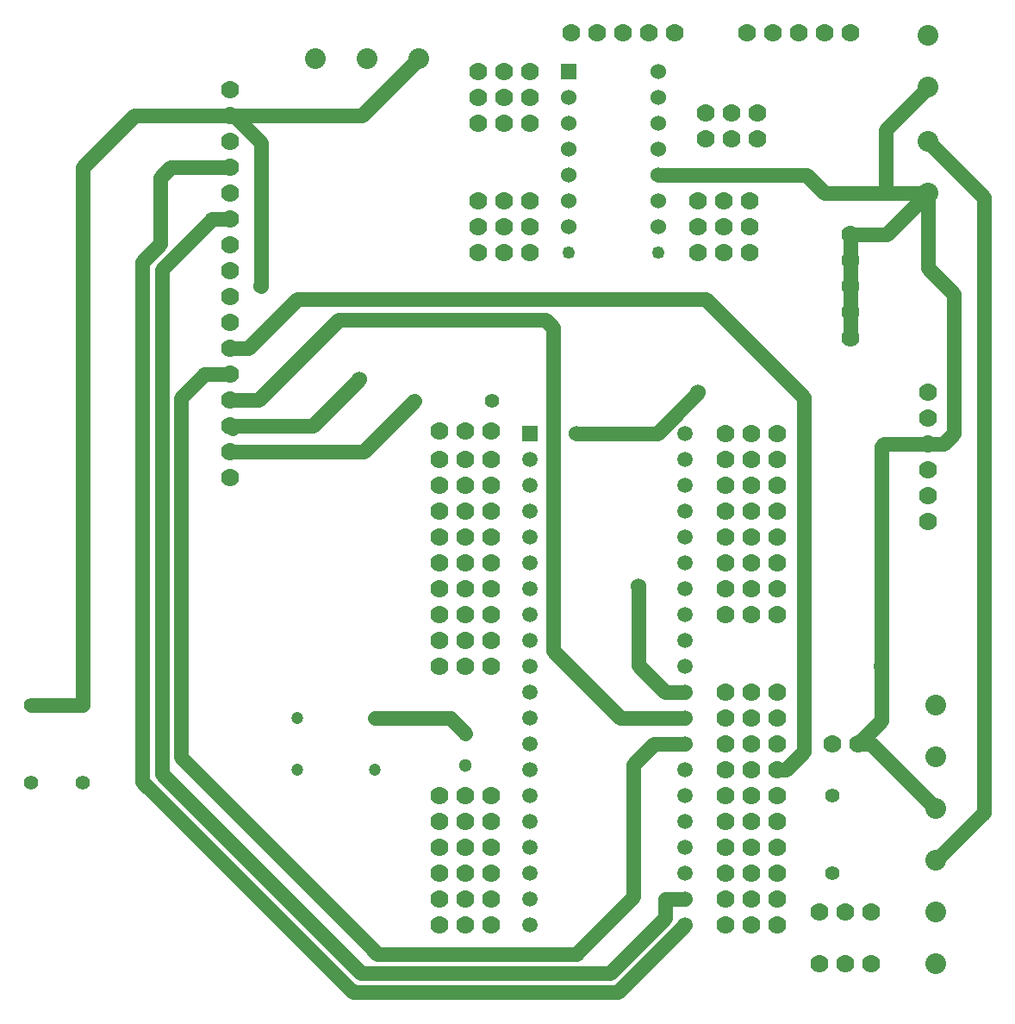
<source format=gbl>
G04*
G04 #@! TF.GenerationSoftware,Altium Limited,Altium Designer,18.1.7 (191)*
G04*
G04 Layer_Physical_Order=2*
G04 Layer_Color=16711680*
%FSLAX25Y25*%
%MOIN*%
G70*
G01*
G75*
%ADD35C,0.05512*%
%ADD36R,0.06000X0.06000*%
%ADD37C,0.06000*%
%ADD38C,0.04921*%
%ADD39C,0.05512*%
%ADD40C,0.07000*%
%ADD41C,0.08000*%
%ADD42C,0.05118*%
%ADD43C,0.04724*%
%ADD44C,0.05906*%
%ADD45R,0.05906X0.05906*%
D35*
X148480Y218000D02*
X168189Y237709D01*
X97000Y218000D02*
X148480D01*
X20000Y120000D02*
X40000D01*
X60000Y348000D02*
X97000D01*
X40000Y328000D02*
X60000Y348000D01*
X40000Y120000D02*
Y328000D01*
X154039Y23961D02*
X230961D01*
X77961Y100039D02*
X154039Y23961D01*
X77961Y100039D02*
Y238961D01*
X147000Y9000D02*
X147520D01*
X144421D02*
X147000D01*
X70480Y93520D02*
X147520Y16480D01*
X243902D01*
X147000Y9000D02*
X247000Y9000D01*
X63000Y90421D02*
X144421Y9000D01*
X247000Y9000D02*
X273000Y35000D01*
X70000Y324000D02*
X74000Y328000D01*
X70000Y298579D02*
Y324000D01*
Y298579D02*
X70000D01*
X63000Y291579D02*
X70000Y298579D01*
X63000Y90421D02*
Y291579D01*
X70480Y288480D02*
X90000Y308000D01*
X70480Y93520D02*
Y288480D01*
X77961Y238961D02*
X87000Y248000D01*
X97000D01*
X90000Y308000D02*
X97000D01*
X98631Y348000D02*
X148000D01*
X97000D02*
X98631D01*
X148000D02*
X170000Y370000D01*
X351000Y302000D02*
X367000Y318000D01*
X337000Y302000D02*
X351000D01*
X337000Y292000D02*
Y302000D01*
Y282000D02*
Y292000D01*
Y272000D02*
Y282000D01*
Y262000D02*
Y272000D01*
X367000Y338000D02*
X388500Y316500D01*
Y233000D02*
Y316500D01*
X367000Y289000D02*
Y318000D01*
Y289000D02*
X377000Y279000D01*
X350500Y318000D02*
X367000D01*
X327000D02*
X350500D01*
Y342500D02*
X367000Y359000D01*
X350500Y318000D02*
Y342500D01*
X320000Y325000D02*
X327000Y318000D01*
X262646Y325000D02*
X320000D01*
X269820Y232820D02*
X278000Y241000D01*
X269820Y232677D02*
Y232820D01*
X265323Y228180D02*
X269820Y232677D01*
X265323Y228000D02*
Y228180D01*
X262323Y225000D02*
X265323Y228000D01*
X231000Y225000D02*
X262323D01*
X350000Y221000D02*
X367000D01*
X349000Y220000D02*
X350000Y221000D01*
X340000Y105000D02*
X349000Y114000D01*
Y135000D01*
X367000Y221000D02*
X373000D01*
X377000Y225000D01*
X98631Y348000D02*
X109000Y337631D01*
Y282000D02*
Y337631D01*
X377000Y225000D02*
Y279000D01*
X349000Y135000D02*
Y220000D01*
X219000Y269000D02*
X222000Y266000D01*
Y141000D02*
Y266000D01*
Y141000D02*
X248000Y115000D01*
X265323Y125000D02*
X273000D01*
X255000Y135323D02*
X265323Y125000D01*
X255000Y135323D02*
Y166000D01*
X129000Y228000D02*
X147000Y246000D01*
X97000Y228000D02*
X129000D01*
X97000D02*
X98000Y227000D01*
X248000Y115000D02*
X273000D01*
X139000Y269000D02*
X219000D01*
X108000Y238000D02*
X139000Y269000D01*
X97000Y238000D02*
X108000D01*
X261000Y105000D02*
X273000D01*
X253000Y97000D02*
X261000Y105000D01*
X253000Y46000D02*
Y97000D01*
X230961Y23961D02*
X253000Y46000D01*
X123000Y277000D02*
X281000D01*
X104000Y258000D02*
X123000Y277000D01*
X97000Y258000D02*
X104000D01*
X281000Y277000D02*
X319000Y239000D01*
X308698Y95000D02*
X312000D01*
X319000Y102000D01*
Y239000D01*
X265323Y45000D02*
X273000D01*
X265323Y37902D02*
Y45000D01*
X243902Y16480D02*
X265323Y37902D01*
X74000Y328000D02*
X97000D01*
X340000Y105000D02*
X345000D01*
X370000Y80000D01*
Y60000D02*
X388500Y78500D01*
X388500Y233000D02*
X388500Y78500D01*
X153000Y115000D02*
X182102D01*
X188000Y109102D01*
X198000Y226000D02*
X198189Y226189D01*
D36*
X228000Y365000D02*
D03*
D37*
Y355000D02*
D03*
Y345000D02*
D03*
Y335000D02*
D03*
Y325000D02*
D03*
Y315000D02*
D03*
Y305000D02*
D03*
X262646D02*
D03*
Y315000D02*
D03*
Y325000D02*
D03*
Y335000D02*
D03*
Y345000D02*
D03*
Y355000D02*
D03*
Y365000D02*
D03*
X109000Y282000D02*
D03*
X349000Y135000D02*
D03*
X278000Y241000D02*
D03*
X231000Y225000D02*
D03*
X255000Y166000D02*
D03*
X147000Y246000D02*
D03*
D38*
X228000Y295000D02*
D03*
X262646D02*
D03*
D39*
X40000Y90000D02*
D03*
Y120000D02*
D03*
X20000D02*
D03*
Y90000D02*
D03*
X330000Y85000D02*
D03*
Y55000D02*
D03*
X198189Y237709D02*
D03*
X168189D02*
D03*
D40*
X193000Y365000D02*
D03*
X203000D02*
D03*
X213000D02*
D03*
X337000Y302000D02*
D03*
Y292000D02*
D03*
Y282000D02*
D03*
Y272000D02*
D03*
Y262000D02*
D03*
X97000Y338000D02*
D03*
Y208000D02*
D03*
Y218000D02*
D03*
Y228000D02*
D03*
Y238000D02*
D03*
Y248000D02*
D03*
Y258000D02*
D03*
Y268000D02*
D03*
Y278000D02*
D03*
Y288000D02*
D03*
Y298000D02*
D03*
Y308000D02*
D03*
Y318000D02*
D03*
Y328000D02*
D03*
Y348000D02*
D03*
Y358000D02*
D03*
X213000Y355000D02*
D03*
X203000D02*
D03*
X193000D02*
D03*
X213000Y345000D02*
D03*
X203000D02*
D03*
X193000D02*
D03*
X213000Y315000D02*
D03*
X203000D02*
D03*
X193000D02*
D03*
X213000Y305000D02*
D03*
X203000D02*
D03*
X193000D02*
D03*
X213000Y295000D02*
D03*
X203000D02*
D03*
X193000D02*
D03*
X301000Y349000D02*
D03*
X291000D02*
D03*
X281000D02*
D03*
X301000Y339000D02*
D03*
X291000D02*
D03*
X281000D02*
D03*
X298000Y315000D02*
D03*
X288000D02*
D03*
X278000D02*
D03*
X298000Y305000D02*
D03*
X288000D02*
D03*
X278000D02*
D03*
X298000Y295000D02*
D03*
X288000D02*
D03*
X278000D02*
D03*
X330000Y105000D02*
D03*
X340000D02*
D03*
X297000Y380000D02*
D03*
X307000D02*
D03*
X317000D02*
D03*
X327000D02*
D03*
X337000D02*
D03*
X229000D02*
D03*
X239000D02*
D03*
X249000D02*
D03*
X259000D02*
D03*
X269000D02*
D03*
X345000Y20000D02*
D03*
X335000D02*
D03*
X325000D02*
D03*
X345000Y40000D02*
D03*
X335000D02*
D03*
X325000D02*
D03*
X367000Y201000D02*
D03*
Y211000D02*
D03*
Y221000D02*
D03*
Y231000D02*
D03*
Y241000D02*
D03*
Y191000D02*
D03*
X198000Y226000D02*
D03*
X188000D02*
D03*
X178000D02*
D03*
X288698Y215000D02*
D03*
X298698D02*
D03*
X308698D02*
D03*
X288698Y225000D02*
D03*
X298698D02*
D03*
X308698D02*
D03*
X178000Y75000D02*
D03*
X188000D02*
D03*
X198000D02*
D03*
X178000Y205000D02*
D03*
X188000D02*
D03*
X198000D02*
D03*
X178000Y45000D02*
D03*
X188000D02*
D03*
X198000D02*
D03*
X178000Y65000D02*
D03*
X188000D02*
D03*
X198000D02*
D03*
X178000Y195000D02*
D03*
X188000D02*
D03*
X198000D02*
D03*
X178000Y35000D02*
D03*
X188000D02*
D03*
X198000D02*
D03*
X178000Y55000D02*
D03*
X188000D02*
D03*
X198000D02*
D03*
X178000Y185000D02*
D03*
X188000D02*
D03*
X198000D02*
D03*
X288698Y35000D02*
D03*
X298698D02*
D03*
X308698D02*
D03*
X288698Y55000D02*
D03*
X298698D02*
D03*
X308698D02*
D03*
X178000Y175000D02*
D03*
X188000D02*
D03*
X198000D02*
D03*
X288698Y45000D02*
D03*
X298698D02*
D03*
X308698D02*
D03*
X288698Y65000D02*
D03*
X298698D02*
D03*
X308698D02*
D03*
X178000Y165000D02*
D03*
X188000D02*
D03*
X198000D02*
D03*
X288698Y95000D02*
D03*
X298698D02*
D03*
X308698D02*
D03*
X288698Y75000D02*
D03*
X298698D02*
D03*
X308698D02*
D03*
X288698Y155000D02*
D03*
X298698D02*
D03*
X308698D02*
D03*
X288698Y105000D02*
D03*
X298698D02*
D03*
X308698D02*
D03*
X288698Y85000D02*
D03*
X298698D02*
D03*
X308698D02*
D03*
X288698Y165000D02*
D03*
X298698D02*
D03*
X308698D02*
D03*
X288698Y115000D02*
D03*
X298698D02*
D03*
X308698D02*
D03*
X288698Y175000D02*
D03*
X298698D02*
D03*
X308698D02*
D03*
X288698Y125000D02*
D03*
X298698D02*
D03*
X308698D02*
D03*
X288698Y185000D02*
D03*
X298698D02*
D03*
X308698D02*
D03*
X178000Y155000D02*
D03*
X188000D02*
D03*
X198000D02*
D03*
X288698Y195000D02*
D03*
X298698D02*
D03*
X308698D02*
D03*
X178000Y145000D02*
D03*
X188000D02*
D03*
X198000D02*
D03*
X288698Y205000D02*
D03*
X298698D02*
D03*
X308698D02*
D03*
X178000Y135000D02*
D03*
X188000D02*
D03*
X198000D02*
D03*
X178000Y85000D02*
D03*
X188000D02*
D03*
X198000D02*
D03*
X178000Y215000D02*
D03*
X188000D02*
D03*
X198000D02*
D03*
D41*
X170000Y370000D02*
D03*
X150000D02*
D03*
X130000D02*
D03*
X370000Y120000D02*
D03*
Y100000D02*
D03*
Y80000D02*
D03*
Y60000D02*
D03*
Y40000D02*
D03*
Y20000D02*
D03*
X367000Y318000D02*
D03*
Y338000D02*
D03*
Y359000D02*
D03*
Y379000D02*
D03*
D42*
X188000Y109102D02*
D03*
Y96898D02*
D03*
D43*
X153000Y95000D02*
D03*
X123000D02*
D03*
X153000Y115000D02*
D03*
X123000D02*
D03*
D44*
X273000Y35000D02*
D03*
Y45000D02*
D03*
Y55000D02*
D03*
Y65000D02*
D03*
Y75000D02*
D03*
Y85000D02*
D03*
Y95000D02*
D03*
Y105000D02*
D03*
Y115000D02*
D03*
Y125000D02*
D03*
Y135000D02*
D03*
Y145000D02*
D03*
Y155000D02*
D03*
Y165000D02*
D03*
Y175000D02*
D03*
Y185000D02*
D03*
Y195000D02*
D03*
Y205000D02*
D03*
Y215000D02*
D03*
Y225000D02*
D03*
X213000Y35000D02*
D03*
Y45000D02*
D03*
Y55000D02*
D03*
Y65000D02*
D03*
Y75000D02*
D03*
Y85000D02*
D03*
Y95000D02*
D03*
Y105000D02*
D03*
Y115000D02*
D03*
Y125000D02*
D03*
Y135000D02*
D03*
Y145000D02*
D03*
Y155000D02*
D03*
Y165000D02*
D03*
Y175000D02*
D03*
Y185000D02*
D03*
Y195000D02*
D03*
Y205000D02*
D03*
Y215000D02*
D03*
D45*
Y225000D02*
D03*
M02*

</source>
